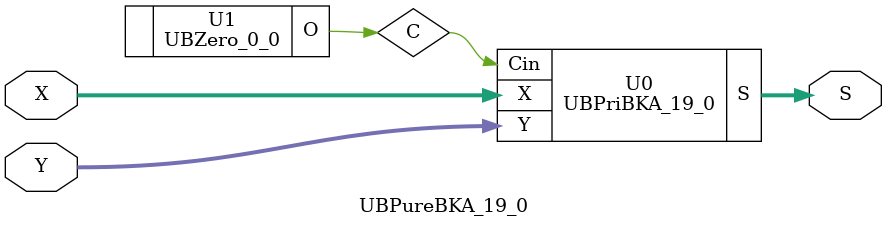
<source format=v>
/*----------------------------------------------------------------------------
  Copyright (c) 2021 Homma laboratory. All rights reserved.

  Top module: UBBKA_19_0_19_0

  Operand-1 length: 20
  Operand-2 length: 20
  Two-operand addition algorithm: Brent-Kung adder
----------------------------------------------------------------------------*/

module GPGenerator(Go, Po, A, B);
  output Go;
  output Po;
  input A;
  input B;
  assign Go = A & B;
  assign Po = A ^ B;
endmodule

module CarryOperator(Go, Po, Gi1, Pi1, Gi2, Pi2);
  output Go;
  output Po;
  input Gi1;
  input Gi2;
  input Pi1;
  input Pi2;
  assign Go = Gi1 | ( Gi2 & Pi1 );
  assign Po = Pi1 & Pi2;
endmodule

module UBPriBKA_19_0(S, X, Y, Cin);
  output [20:0] S;
  input Cin;
  input [19:0] X;
  input [19:0] Y;
  wire [19:0] G0;
  wire [19:0] G1;
  wire [19:0] G2;
  wire [19:0] G3;
  wire [19:0] G4;
  wire [19:0] G5;
  wire [19:0] G6;
  wire [19:0] G7;
  wire [19:0] G8;
  wire [19:0] P0;
  wire [19:0] P1;
  wire [19:0] P2;
  wire [19:0] P3;
  wire [19:0] P4;
  wire [19:0] P5;
  wire [19:0] P6;
  wire [19:0] P7;
  wire [19:0] P8;
  assign P1[0] = P0[0];
  assign G1[0] = G0[0];
  assign P1[2] = P0[2];
  assign G1[2] = G0[2];
  assign P1[4] = P0[4];
  assign G1[4] = G0[4];
  assign P1[6] = P0[6];
  assign G1[6] = G0[6];
  assign P1[8] = P0[8];
  assign G1[8] = G0[8];
  assign P1[10] = P0[10];
  assign G1[10] = G0[10];
  assign P1[12] = P0[12];
  assign G1[12] = G0[12];
  assign P1[14] = P0[14];
  assign G1[14] = G0[14];
  assign P1[16] = P0[16];
  assign G1[16] = G0[16];
  assign P1[18] = P0[18];
  assign G1[18] = G0[18];
  assign P2[0] = P1[0];
  assign G2[0] = G1[0];
  assign P2[1] = P1[1];
  assign G2[1] = G1[1];
  assign P2[2] = P1[2];
  assign G2[2] = G1[2];
  assign P2[4] = P1[4];
  assign G2[4] = G1[4];
  assign P2[5] = P1[5];
  assign G2[5] = G1[5];
  assign P2[6] = P1[6];
  assign G2[6] = G1[6];
  assign P2[8] = P1[8];
  assign G2[8] = G1[8];
  assign P2[9] = P1[9];
  assign G2[9] = G1[9];
  assign P2[10] = P1[10];
  assign G2[10] = G1[10];
  assign P2[12] = P1[12];
  assign G2[12] = G1[12];
  assign P2[13] = P1[13];
  assign G2[13] = G1[13];
  assign P2[14] = P1[14];
  assign G2[14] = G1[14];
  assign P2[16] = P1[16];
  assign G2[16] = G1[16];
  assign P2[17] = P1[17];
  assign G2[17] = G1[17];
  assign P2[18] = P1[18];
  assign G2[18] = G1[18];
  assign P3[0] = P2[0];
  assign G3[0] = G2[0];
  assign P3[1] = P2[1];
  assign G3[1] = G2[1];
  assign P3[2] = P2[2];
  assign G3[2] = G2[2];
  assign P3[3] = P2[3];
  assign G3[3] = G2[3];
  assign P3[4] = P2[4];
  assign G3[4] = G2[4];
  assign P3[5] = P2[5];
  assign G3[5] = G2[5];
  assign P3[6] = P2[6];
  assign G3[6] = G2[6];
  assign P3[8] = P2[8];
  assign G3[8] = G2[8];
  assign P3[9] = P2[9];
  assign G3[9] = G2[9];
  assign P3[10] = P2[10];
  assign G3[10] = G2[10];
  assign P3[11] = P2[11];
  assign G3[11] = G2[11];
  assign P3[12] = P2[12];
  assign G3[12] = G2[12];
  assign P3[13] = P2[13];
  assign G3[13] = G2[13];
  assign P3[14] = P2[14];
  assign G3[14] = G2[14];
  assign P3[16] = P2[16];
  assign G3[16] = G2[16];
  assign P3[17] = P2[17];
  assign G3[17] = G2[17];
  assign P3[18] = P2[18];
  assign G3[18] = G2[18];
  assign P3[19] = P2[19];
  assign G3[19] = G2[19];
  assign P4[0] = P3[0];
  assign G4[0] = G3[0];
  assign P4[1] = P3[1];
  assign G4[1] = G3[1];
  assign P4[2] = P3[2];
  assign G4[2] = G3[2];
  assign P4[3] = P3[3];
  assign G4[3] = G3[3];
  assign P4[4] = P3[4];
  assign G4[4] = G3[4];
  assign P4[5] = P3[5];
  assign G4[5] = G3[5];
  assign P4[6] = P3[6];
  assign G4[6] = G3[6];
  assign P4[7] = P3[7];
  assign G4[7] = G3[7];
  assign P4[8] = P3[8];
  assign G4[8] = G3[8];
  assign P4[9] = P3[9];
  assign G4[9] = G3[9];
  assign P4[10] = P3[10];
  assign G4[10] = G3[10];
  assign P4[11] = P3[11];
  assign G4[11] = G3[11];
  assign P4[12] = P3[12];
  assign G4[12] = G3[12];
  assign P4[13] = P3[13];
  assign G4[13] = G3[13];
  assign P4[14] = P3[14];
  assign G4[14] = G3[14];
  assign P4[16] = P3[16];
  assign G4[16] = G3[16];
  assign P4[17] = P3[17];
  assign G4[17] = G3[17];
  assign P4[18] = P3[18];
  assign G4[18] = G3[18];
  assign P4[19] = P3[19];
  assign G4[19] = G3[19];
  assign P5[0] = P4[0];
  assign G5[0] = G4[0];
  assign P5[1] = P4[1];
  assign G5[1] = G4[1];
  assign P5[2] = P4[2];
  assign G5[2] = G4[2];
  assign P5[3] = P4[3];
  assign G5[3] = G4[3];
  assign P5[4] = P4[4];
  assign G5[4] = G4[4];
  assign P5[5] = P4[5];
  assign G5[5] = G4[5];
  assign P5[6] = P4[6];
  assign G5[6] = G4[6];
  assign P5[7] = P4[7];
  assign G5[7] = G4[7];
  assign P5[8] = P4[8];
  assign G5[8] = G4[8];
  assign P5[9] = P4[9];
  assign G5[9] = G4[9];
  assign P5[10] = P4[10];
  assign G5[10] = G4[10];
  assign P5[11] = P4[11];
  assign G5[11] = G4[11];
  assign P5[12] = P4[12];
  assign G5[12] = G4[12];
  assign P5[13] = P4[13];
  assign G5[13] = G4[13];
  assign P5[14] = P4[14];
  assign G5[14] = G4[14];
  assign P5[15] = P4[15];
  assign G5[15] = G4[15];
  assign P5[16] = P4[16];
  assign G5[16] = G4[16];
  assign P5[17] = P4[17];
  assign G5[17] = G4[17];
  assign P5[18] = P4[18];
  assign G5[18] = G4[18];
  assign P5[19] = P4[19];
  assign G5[19] = G4[19];
  assign P6[0] = P5[0];
  assign G6[0] = G5[0];
  assign P6[1] = P5[1];
  assign G6[1] = G5[1];
  assign P6[2] = P5[2];
  assign G6[2] = G5[2];
  assign P6[3] = P5[3];
  assign G6[3] = G5[3];
  assign P6[4] = P5[4];
  assign G6[4] = G5[4];
  assign P6[5] = P5[5];
  assign G6[5] = G5[5];
  assign P6[6] = P5[6];
  assign G6[6] = G5[6];
  assign P6[7] = P5[7];
  assign G6[7] = G5[7];
  assign P6[8] = P5[8];
  assign G6[8] = G5[8];
  assign P6[9] = P5[9];
  assign G6[9] = G5[9];
  assign P6[10] = P5[10];
  assign G6[10] = G5[10];
  assign P6[12] = P5[12];
  assign G6[12] = G5[12];
  assign P6[13] = P5[13];
  assign G6[13] = G5[13];
  assign P6[14] = P5[14];
  assign G6[14] = G5[14];
  assign P6[15] = P5[15];
  assign G6[15] = G5[15];
  assign P6[16] = P5[16];
  assign G6[16] = G5[16];
  assign P6[17] = P5[17];
  assign G6[17] = G5[17];
  assign P6[18] = P5[18];
  assign G6[18] = G5[18];
  assign P7[0] = P6[0];
  assign G7[0] = G6[0];
  assign P7[1] = P6[1];
  assign G7[1] = G6[1];
  assign P7[2] = P6[2];
  assign G7[2] = G6[2];
  assign P7[3] = P6[3];
  assign G7[3] = G6[3];
  assign P7[4] = P6[4];
  assign G7[4] = G6[4];
  assign P7[6] = P6[6];
  assign G7[6] = G6[6];
  assign P7[7] = P6[7];
  assign G7[7] = G6[7];
  assign P7[8] = P6[8];
  assign G7[8] = G6[8];
  assign P7[10] = P6[10];
  assign G7[10] = G6[10];
  assign P7[11] = P6[11];
  assign G7[11] = G6[11];
  assign P7[12] = P6[12];
  assign G7[12] = G6[12];
  assign P7[14] = P6[14];
  assign G7[14] = G6[14];
  assign P7[15] = P6[15];
  assign G7[15] = G6[15];
  assign P7[16] = P6[16];
  assign G7[16] = G6[16];
  assign P7[18] = P6[18];
  assign G7[18] = G6[18];
  assign P7[19] = P6[19];
  assign G7[19] = G6[19];
  assign P8[0] = P7[0];
  assign G8[0] = G7[0];
  assign P8[1] = P7[1];
  assign G8[1] = G7[1];
  assign P8[3] = P7[3];
  assign G8[3] = G7[3];
  assign P8[5] = P7[5];
  assign G8[5] = G7[5];
  assign P8[7] = P7[7];
  assign G8[7] = G7[7];
  assign P8[9] = P7[9];
  assign G8[9] = G7[9];
  assign P8[11] = P7[11];
  assign G8[11] = G7[11];
  assign P8[13] = P7[13];
  assign G8[13] = G7[13];
  assign P8[15] = P7[15];
  assign G8[15] = G7[15];
  assign P8[17] = P7[17];
  assign G8[17] = G7[17];
  assign P8[19] = P7[19];
  assign G8[19] = G7[19];
  assign S[0] = Cin ^ P0[0];
  assign S[1] = ( G8[0] | ( P8[0] & Cin ) ) ^ P0[1];
  assign S[2] = ( G8[1] | ( P8[1] & Cin ) ) ^ P0[2];
  assign S[3] = ( G8[2] | ( P8[2] & Cin ) ) ^ P0[3];
  assign S[4] = ( G8[3] | ( P8[3] & Cin ) ) ^ P0[4];
  assign S[5] = ( G8[4] | ( P8[4] & Cin ) ) ^ P0[5];
  assign S[6] = ( G8[5] | ( P8[5] & Cin ) ) ^ P0[6];
  assign S[7] = ( G8[6] | ( P8[6] & Cin ) ) ^ P0[7];
  assign S[8] = ( G8[7] | ( P8[7] & Cin ) ) ^ P0[8];
  assign S[9] = ( G8[8] | ( P8[8] & Cin ) ) ^ P0[9];
  assign S[10] = ( G8[9] | ( P8[9] & Cin ) ) ^ P0[10];
  assign S[11] = ( G8[10] | ( P8[10] & Cin ) ) ^ P0[11];
  assign S[12] = ( G8[11] | ( P8[11] & Cin ) ) ^ P0[12];
  assign S[13] = ( G8[12] | ( P8[12] & Cin ) ) ^ P0[13];
  assign S[14] = ( G8[13] | ( P8[13] & Cin ) ) ^ P0[14];
  assign S[15] = ( G8[14] | ( P8[14] & Cin ) ) ^ P0[15];
  assign S[16] = ( G8[15] | ( P8[15] & Cin ) ) ^ P0[16];
  assign S[17] = ( G8[16] | ( P8[16] & Cin ) ) ^ P0[17];
  assign S[18] = ( G8[17] | ( P8[17] & Cin ) ) ^ P0[18];
  assign S[19] = ( G8[18] | ( P8[18] & Cin ) ) ^ P0[19];
  assign S[20] = G8[19] | ( P8[19] & Cin );
  GPGenerator U0 (G0[0], P0[0], X[0], Y[0]);
  GPGenerator U1 (G0[1], P0[1], X[1], Y[1]);
  GPGenerator U2 (G0[2], P0[2], X[2], Y[2]);
  GPGenerator U3 (G0[3], P0[3], X[3], Y[3]);
  GPGenerator U4 (G0[4], P0[4], X[4], Y[4]);
  GPGenerator U5 (G0[5], P0[5], X[5], Y[5]);
  GPGenerator U6 (G0[6], P0[6], X[6], Y[6]);
  GPGenerator U7 (G0[7], P0[7], X[7], Y[7]);
  GPGenerator U8 (G0[8], P0[8], X[8], Y[8]);
  GPGenerator U9 (G0[9], P0[9], X[9], Y[9]);
  GPGenerator U10 (G0[10], P0[10], X[10], Y[10]);
  GPGenerator U11 (G0[11], P0[11], X[11], Y[11]);
  GPGenerator U12 (G0[12], P0[12], X[12], Y[12]);
  GPGenerator U13 (G0[13], P0[13], X[13], Y[13]);
  GPGenerator U14 (G0[14], P0[14], X[14], Y[14]);
  GPGenerator U15 (G0[15], P0[15], X[15], Y[15]);
  GPGenerator U16 (G0[16], P0[16], X[16], Y[16]);
  GPGenerator U17 (G0[17], P0[17], X[17], Y[17]);
  GPGenerator U18 (G0[18], P0[18], X[18], Y[18]);
  GPGenerator U19 (G0[19], P0[19], X[19], Y[19]);
  CarryOperator U20 (G1[1], P1[1], G0[1], P0[1], G0[0], P0[0]);
  CarryOperator U21 (G1[3], P1[3], G0[3], P0[3], G0[2], P0[2]);
  CarryOperator U22 (G1[5], P1[5], G0[5], P0[5], G0[4], P0[4]);
  CarryOperator U23 (G1[7], P1[7], G0[7], P0[7], G0[6], P0[6]);
  CarryOperator U24 (G1[9], P1[9], G0[9], P0[9], G0[8], P0[8]);
  CarryOperator U25 (G1[11], P1[11], G0[11], P0[11], G0[10], P0[10]);
  CarryOperator U26 (G1[13], P1[13], G0[13], P0[13], G0[12], P0[12]);
  CarryOperator U27 (G1[15], P1[15], G0[15], P0[15], G0[14], P0[14]);
  CarryOperator U28 (G1[17], P1[17], G0[17], P0[17], G0[16], P0[16]);
  CarryOperator U29 (G1[19], P1[19], G0[19], P0[19], G0[18], P0[18]);
  CarryOperator U30 (G2[3], P2[3], G1[3], P1[3], G1[1], P1[1]);
  CarryOperator U31 (G2[7], P2[7], G1[7], P1[7], G1[5], P1[5]);
  CarryOperator U32 (G2[11], P2[11], G1[11], P1[11], G1[9], P1[9]);
  CarryOperator U33 (G2[15], P2[15], G1[15], P1[15], G1[13], P1[13]);
  CarryOperator U34 (G2[19], P2[19], G1[19], P1[19], G1[17], P1[17]);
  CarryOperator U35 (G3[7], P3[7], G2[7], P2[7], G2[3], P2[3]);
  CarryOperator U36 (G3[15], P3[15], G2[15], P2[15], G2[11], P2[11]);
  CarryOperator U37 (G4[15], P4[15], G3[15], P3[15], G3[7], P3[7]);
  CarryOperator U38 (G6[11], P6[11], G5[11], P5[11], G5[7], P5[7]);
  CarryOperator U39 (G6[19], P6[19], G5[19], P5[19], G5[15], P5[15]);
  CarryOperator U40 (G7[5], P7[5], G6[5], P6[5], G6[3], P6[3]);
  CarryOperator U41 (G7[9], P7[9], G6[9], P6[9], G6[7], P6[7]);
  CarryOperator U42 (G7[13], P7[13], G6[13], P6[13], G6[11], P6[11]);
  CarryOperator U43 (G7[17], P7[17], G6[17], P6[17], G6[15], P6[15]);
  CarryOperator U44 (G8[2], P8[2], G7[2], P7[2], G7[1], P7[1]);
  CarryOperator U45 (G8[4], P8[4], G7[4], P7[4], G7[3], P7[3]);
  CarryOperator U46 (G8[6], P8[6], G7[6], P7[6], G7[5], P7[5]);
  CarryOperator U47 (G8[8], P8[8], G7[8], P7[8], G7[7], P7[7]);
  CarryOperator U48 (G8[10], P8[10], G7[10], P7[10], G7[9], P7[9]);
  CarryOperator U49 (G8[12], P8[12], G7[12], P7[12], G7[11], P7[11]);
  CarryOperator U50 (G8[14], P8[14], G7[14], P7[14], G7[13], P7[13]);
  CarryOperator U51 (G8[16], P8[16], G7[16], P7[16], G7[15], P7[15]);
  CarryOperator U52 (G8[18], P8[18], G7[18], P7[18], G7[17], P7[17]);
endmodule

module UBZero_0_0(O);
  output [0:0] O;
  assign O[0] = 0;
endmodule

module UBBKA_19_0_19_0 (S, X, Y);
  output [20:0] S;
  input [19:0] X;
  input [19:0] Y;
  UBPureBKA_19_0 U0 (S[20:0], X[19:0], Y[19:0]);
endmodule

module UBPureBKA_19_0 (S, X, Y);
  output [20:0] S;
  input [19:0] X;
  input [19:0] Y;
  wire C;
  UBPriBKA_19_0 U0 (S, X, Y, C);
  UBZero_0_0 U1 (C);
endmodule


</source>
